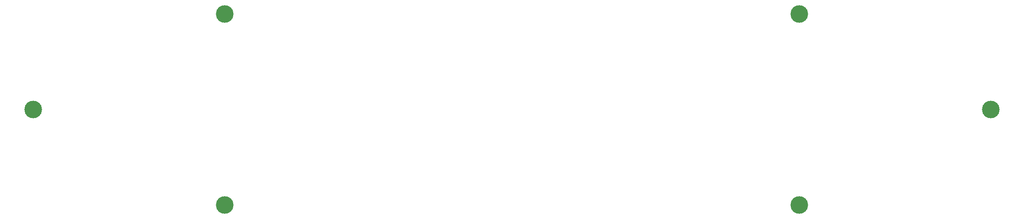
<source format=gbr>
G04 #@! TF.GenerationSoftware,KiCad,Pcbnew,(5.1.2-1)-1*
G04 #@! TF.CreationDate,2019-11-15T22:05:34-06:00*
G04 #@! TF.ProjectId,therick_bottom_plate,74686572-6963-46b5-9f62-6f74746f6d5f,rev?*
G04 #@! TF.SameCoordinates,Original*
G04 #@! TF.FileFunction,Copper,L2,Bot*
G04 #@! TF.FilePolarity,Positive*
%FSLAX46Y46*%
G04 Gerber Fmt 4.6, Leading zero omitted, Abs format (unit mm)*
G04 Created by KiCad (PCBNEW (5.1.2-1)-1) date 2019-11-15 22:05:34*
%MOMM*%
%LPD*%
G04 APERTURE LIST*
%ADD10C,3.500000*%
G04 APERTURE END LIST*
D10*
X65087500Y-73025000D03*
X103187500Y-53975000D03*
X103187500Y-92075000D03*
X217487500Y-53975000D03*
X217487500Y-92075000D03*
X255587500Y-73025000D03*
M02*

</source>
